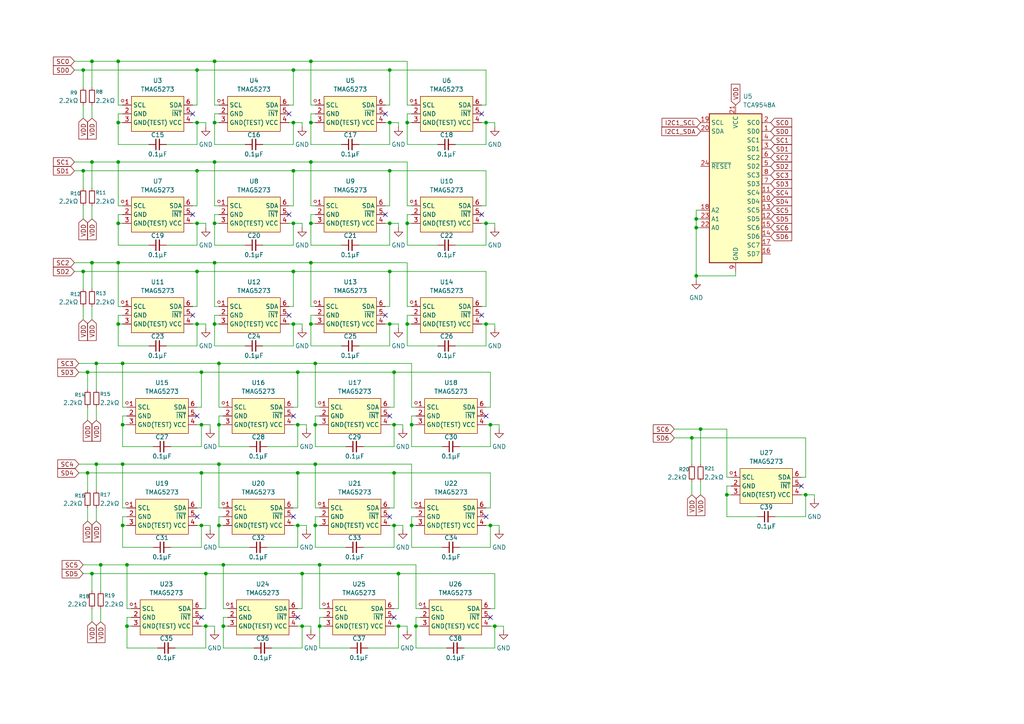
<source format=kicad_sch>
(kicad_sch (version 20250114) (generator "eeschema") (generator_version "9.0")
  (paper "A4")
  (junction (at 113.03 35.56))
  (junction (at 27.94 105.41))
  (junction (at 35.56 123.19))
  (junction (at 91.44 123.19))
  (junction (at 34.29 64.77))
  (junction (at 58.42 137.16))
  (junction (at 143.51 181.61))
  (junction (at 113.03 64.77))
  (junction (at 58.42 107.95))
  (junction (at 59.69 166.37))
  (junction (at 62.23 17.78))
  (junction (at 57.15 78.74))
  (junction (at 34.29 17.78))
  (junction (at 59.69 181.61))
  (junction (at 140.97 35.56))
  (junction (at 118.11 35.56))
  (junction (at 90.17 76.2))
  (junction (at 142.24 123.19))
  (junction (at 63.5 152.4))
  (junction (at 58.42 123.19))
  (junction (at 120.65 181.61))
  (junction (at 119.38 152.4))
  (junction (at 142.24 152.4))
  (junction (at 86.36 107.95))
  (junction (at 25.4 137.16))
  (junction (at 64.77 181.61))
  (junction (at 233.68 143.51))
  (junction (at 85.09 78.74))
  (junction (at 85.09 93.98))
  (junction (at 85.09 20.32))
  (junction (at 34.29 35.56))
  (junction (at 34.29 46.99))
  (junction (at 114.3 107.95))
  (junction (at 115.57 181.61))
  (junction (at 140.97 64.77))
  (junction (at 90.17 64.77))
  (junction (at 113.03 78.74))
  (junction (at 24.13 49.53))
  (junction (at 26.67 166.37))
  (junction (at 63.5 105.41))
  (junction (at 57.15 93.98))
  (junction (at 35.56 105.41))
  (junction (at 25.4 107.95))
  (junction (at 34.29 76.2))
  (junction (at 91.44 134.62))
  (junction (at 26.67 17.78))
  (junction (at 58.42 152.4))
  (junction (at 91.44 105.41))
  (junction (at 118.11 93.98))
  (junction (at 62.23 64.77))
  (junction (at 57.15 20.32))
  (junction (at 62.23 76.2))
  (junction (at 29.21 163.83))
  (junction (at 85.09 64.77))
  (junction (at 87.63 166.37))
  (junction (at 90.17 46.99))
  (junction (at 62.23 93.98))
  (junction (at 85.09 49.53))
  (junction (at 36.83 163.83))
  (junction (at 90.17 35.56))
  (junction (at 24.13 78.74))
  (junction (at 86.36 123.19))
  (junction (at 86.36 152.4))
  (junction (at 26.67 46.99))
  (junction (at 63.5 123.19))
  (junction (at 114.3 123.19))
  (junction (at 201.93 63.5))
  (junction (at 36.83 181.61))
  (junction (at 34.29 93.98))
  (junction (at 35.56 152.4))
  (junction (at 91.44 152.4))
  (junction (at 27.94 134.62))
  (junction (at 57.15 35.56))
  (junction (at 115.57 166.37))
  (junction (at 114.3 137.16))
  (junction (at 201.93 66.04))
  (junction (at 113.03 93.98))
  (junction (at 87.63 181.61))
  (junction (at 113.03 49.53))
  (junction (at 62.23 46.99))
  (junction (at 63.5 134.62))
  (junction (at 210.82 143.51))
  (junction (at 86.36 137.16))
  (junction (at 113.03 20.32))
  (junction (at 64.77 163.83))
  (junction (at 203.2 124.46))
  (junction (at 85.09 35.56))
  (junction (at 92.71 181.61))
  (junction (at 119.38 123.19))
  (junction (at 57.15 49.53))
  (junction (at 57.15 64.77))
  (junction (at 90.17 93.98))
  (junction (at 140.97 93.98))
  (junction (at 62.23 35.56))
  (junction (at 24.13 20.32))
  (junction (at 201.93 80.01))
  (junction (at 92.71 163.83))
  (junction (at 200.66 127))
  (junction (at 90.17 17.78))
  (junction (at 35.56 134.62))
  (junction (at 114.3 152.4))
  (junction (at 118.11 64.77))
  (junction (at 26.67 76.2))
  (no_connect (at 85.09 120.65))
  (no_connect (at 57.15 120.65))
  (no_connect (at 85.09 149.86))
  (no_connect (at 83.82 91.44))
  (no_connect (at 140.97 120.65))
  (no_connect (at 111.76 91.44))
  (no_connect (at 232.41 140.97))
  (no_connect (at 113.03 149.86))
  (no_connect (at 114.3 179.07))
  (no_connect (at 83.82 62.23))
  (no_connect (at 140.97 149.86))
  (no_connect (at 58.42 179.07))
  (no_connect (at 57.15 149.86))
  (no_connect (at 55.88 91.44))
  (no_connect (at 55.88 33.02))
  (no_connect (at 139.7 62.23))
  (no_connect (at 111.76 33.02))
  (no_connect (at 139.7 91.44))
  (no_connect (at 113.03 120.65))
  (no_connect (at 83.82 33.02))
  (no_connect (at 111.76 62.23))
  (no_connect (at 55.88 62.23))
  (no_connect (at 142.24 179.07))
  (no_connect (at 139.7 33.02))
  (no_connect (at 86.36 179.07))
  (wire (pts (xy 119.38 62.23) (xy 118.11 62.23)))
  (wire (pts (xy 100.33 129.54) (xy 91.44 129.54)))
  (wire (pts (xy 86.36 107.95) (xy 114.3 107.95)))
  (wire (pts (xy 24.13 59.69) (xy 24.13 63.5)))
  (wire (pts (xy 195.58 127) (xy 200.66 127)))
  (wire (pts (xy 142.24 147.32) (xy 140.97 147.32)))
  (wire (pts (xy 201.93 66.04) (xy 201.93 80.01)))
  (wire (pts (xy 90.17 71.12) (xy 90.17 64.77)))
  (wire (pts (xy 101.6 187.96) (xy 92.71 187.96)))
  (wire (pts (xy 143.51 64.77) (xy 140.97 64.77)))
  (wire (pts (xy 114.3 107.95) (xy 142.24 107.95)))
  (wire (pts (xy 87.63 64.77) (xy 85.09 64.77)))
  (wire (pts (xy 86.36 129.54) (xy 86.36 123.19)))
  (wire (pts (xy 140.97 88.9) (xy 139.7 88.9)))
  (wire (pts (xy 34.29 93.98) (xy 35.56 93.98)))
  (wire (pts (xy 90.17 62.23) (xy 90.17 64.77)))
  (wire (pts (xy 57.15 78.74) (xy 85.09 78.74)))
  (wire (pts (xy 120.65 149.86) (xy 119.38 149.86)))
  (wire (pts (xy 140.97 20.32) (xy 140.97 30.48)))
  (wire (pts (xy 114.3 137.16) (xy 142.24 137.16)))
  (wire (pts (xy 58.42 137.16) (xy 86.36 137.16)))
  (wire (pts (xy 64.77 147.32) (xy 63.5 147.32)))
  (wire (pts (xy 143.51 93.98) (xy 140.97 93.98)))
  (wire (pts (xy 119.38 105.41) (xy 91.44 105.41)))
  (wire (pts (xy 113.03 71.12) (xy 113.03 64.77)))
  (wire (pts (xy 35.56 88.9) (xy 34.29 88.9)))
  (wire (pts (xy 72.39 158.75) (xy 63.5 158.75)))
  (wire (pts (xy 87.63 36.83) (xy 87.63 35.56)))
  (wire (pts (xy 62.23 91.44) (xy 62.23 93.98)))
  (wire (pts (xy 203.2 60.96) (xy 201.93 60.96)))
  (wire (pts (xy 34.29 30.48) (xy 34.29 17.78)))
  (wire (pts (xy 59.69 95.25) (xy 59.69 93.98)))
  (wire (pts (xy 62.23 100.33) (xy 62.23 93.98)))
  (wire (pts (xy 88.9 153.67) (xy 88.9 152.4)))
  (wire (pts (xy 36.83 187.96) (xy 36.83 181.61)))
  (wire (pts (xy 26.67 176.53) (xy 26.67 180.34)))
  (wire (pts (xy 119.38 30.48) (xy 118.11 30.48)))
  (wire (pts (xy 128.27 158.75) (xy 119.38 158.75)))
  (wire (pts (xy 201.93 60.96) (xy 201.93 63.5)))
  (wire (pts (xy 22.86 107.95) (xy 25.4 107.95)))
  (wire (pts (xy 34.29 88.9) (xy 34.29 76.2)))
  (wire (pts (xy 119.38 33.02) (xy 118.11 33.02)))
  (wire (pts (xy 140.97 49.53) (xy 140.97 59.69)))
  (wire (pts (xy 91.44 88.9) (xy 90.17 88.9)))
  (wire (pts (xy 87.63 181.61) (xy 86.36 181.61)))
  (wire (pts (xy 114.3 152.4) (xy 113.03 152.4)))
  (wire (pts (xy 71.12 41.91) (xy 62.23 41.91)))
  (wire (pts (xy 66.04 179.07) (xy 64.77 179.07)))
  (wire (pts (xy 140.97 30.48) (xy 139.7 30.48)))
  (wire (pts (xy 85.09 71.12) (xy 85.09 64.77)))
  (wire (pts (xy 24.13 49.53) (xy 24.13 54.61)))
  (wire (pts (xy 104.14 100.33) (xy 113.03 100.33)))
  (wire (pts (xy 118.11 62.23) (xy 118.11 64.77)))
  (wire (pts (xy 87.63 166.37) (xy 115.57 166.37)))
  (wire (pts (xy 64.77 163.83) (xy 36.83 163.83)))
  (wire (pts (xy 24.13 166.37) (xy 26.67 166.37)))
  (wire (pts (xy 45.72 187.96) (xy 36.83 187.96)))
  (wire (pts (xy 113.03 147.32) (xy 114.3 147.32)))
  (wire (pts (xy 63.5 123.19) (xy 64.77 123.19)))
  (wire (pts (xy 62.23 93.98) (xy 63.5 93.98)))
  (wire (pts (xy 113.03 100.33) (xy 113.03 93.98)))
  (wire (pts (xy 59.69 64.77) (xy 57.15 64.77)))
  (wire (pts (xy 24.13 88.9) (xy 24.13 92.71)))
  (wire (pts (xy 35.56 149.86) (xy 35.56 152.4)))
  (wire (pts (xy 90.17 91.44) (xy 90.17 93.98)))
  (wire (pts (xy 91.44 33.02) (xy 90.17 33.02)))
  (wire (pts (xy 60.96 153.67) (xy 60.96 152.4)))
  (wire (pts (xy 64.77 149.86) (xy 63.5 149.86)))
  (wire (pts (xy 133.35 129.54) (xy 142.24 129.54)))
  (wire (pts (xy 118.11 88.9) (xy 118.11 76.2)))
  (wire (pts (xy 113.03 59.69) (xy 113.03 49.53)))
  (wire (pts (xy 91.44 118.11) (xy 91.44 105.41)))
  (wire (pts (xy 119.38 59.69) (xy 118.11 59.69)))
  (wire (pts (xy 87.63 95.25) (xy 87.63 93.98)))
  (wire (pts (xy 35.56 30.48) (xy 34.29 30.48)))
  (wire (pts (xy 72.39 129.54) (xy 63.5 129.54)))
  (wire (pts (xy 86.36 176.53) (xy 87.63 176.53)))
  (wire (pts (xy 86.36 123.19) (xy 85.09 123.19)))
  (wire (pts (xy 34.29 71.12) (xy 34.29 64.77)))
  (wire (pts (xy 87.63 176.53) (xy 87.63 166.37)))
  (wire (pts (xy 90.17 46.99) (xy 62.23 46.99)))
  (wire (pts (xy 113.03 64.77) (xy 111.76 64.77)))
  (wire (pts (xy 129.54 187.96) (xy 120.65 187.96)))
  (wire (pts (xy 25.4 118.11) (xy 25.4 121.92)))
  (wire (pts (xy 48.26 71.12) (xy 57.15 71.12)))
  (wire (pts (xy 140.97 59.69) (xy 139.7 59.69)))
  (wire (pts (xy 201.93 63.5) (xy 203.2 63.5)))
  (wire (pts (xy 58.42 123.19) (xy 57.15 123.19)))
  (wire (pts (xy 140.97 93.98) (xy 139.7 93.98)))
  (wire (pts (xy 85.09 78.74) (xy 113.03 78.74)))
  (wire (pts (xy 99.06 41.91) (xy 90.17 41.91)))
  (wire (pts (xy 62.23 46.99) (xy 34.29 46.99)))
  (wire (pts (xy 36.83 181.61) (xy 38.1 181.61)))
  (wire (pts (xy 29.21 176.53) (xy 29.21 180.34)))
  (wire (pts (xy 85.09 35.56) (xy 83.82 35.56)))
  (wire (pts (xy 24.13 20.32) (xy 57.15 20.32)))
  (wire (pts (xy 105.41 129.54) (xy 114.3 129.54)))
  (wire (pts (xy 34.29 59.69) (xy 34.29 46.99)))
  (wire (pts (xy 22.86 137.16) (xy 25.4 137.16)))
  (wire (pts (xy 58.42 176.53) (xy 59.69 176.53)))
  (wire (pts (xy 59.69 176.53) (xy 59.69 166.37)))
  (wire (pts (xy 233.68 149.86) (xy 224.79 149.86)))
  (wire (pts (xy 63.5 33.02) (xy 62.23 33.02)))
  (wire (pts (xy 26.67 76.2) (xy 26.67 83.82)))
  (wire (pts (xy 85.09 147.32) (xy 86.36 147.32)))
  (wire (pts (xy 86.36 147.32) (xy 86.36 137.16)))
  (wire (pts (xy 87.63 93.98) (xy 85.09 93.98)))
  (wire (pts (xy 26.67 166.37) (xy 26.67 171.45)))
  (wire (pts (xy 58.42 152.4) (xy 57.15 152.4)))
  (wire (pts (xy 62.23 76.2) (xy 34.29 76.2)))
  (wire (pts (xy 201.93 80.01) (xy 201.93 81.28)))
  (wire (pts (xy 25.4 147.32) (xy 25.4 151.13)))
  (wire (pts (xy 87.63 187.96) (xy 87.63 181.61)))
  (wire (pts (xy 113.03 30.48) (xy 113.03 20.32)))
  (wire (pts (xy 113.03 88.9) (xy 113.03 78.74)))
  (wire (pts (xy 26.67 88.9) (xy 26.67 92.71)))
  (wire (pts (xy 62.23 62.23) (xy 62.23 64.77)))
  (wire (pts (xy 34.29 46.99) (xy 26.67 46.99)))
  (wire (pts (xy 64.77 176.53) (xy 64.77 163.83)))
  (wire (pts (xy 118.11 182.88) (xy 118.11 181.61)))
  (wire (pts (xy 91.44 91.44) (xy 90.17 91.44)))
  (wire (pts (xy 143.51 176.53) (xy 142.24 176.53)))
  (wire (pts (xy 66.04 176.53) (xy 64.77 176.53)))
  (wire (pts (xy 55.88 30.48) (xy 57.15 30.48)))
  (wire (pts (xy 113.03 20.32) (xy 140.97 20.32)))
  (wire (pts (xy 91.44 129.54) (xy 91.44 123.19)))
  (wire (pts (xy 58.42 158.75) (xy 58.42 152.4)))
  (wire (pts (xy 64.77 187.96) (xy 64.77 181.61)))
  (wire (pts (xy 143.51 35.56) (xy 140.97 35.56)))
  (wire (pts (xy 58.42 107.95) (xy 86.36 107.95)))
  (wire (pts (xy 85.09 49.53) (xy 113.03 49.53)))
  (wire (pts (xy 90.17 181.61) (xy 87.63 181.61)))
  (wire (pts (xy 25.4 137.16) (xy 58.42 137.16)))
  (wire (pts (xy 58.42 118.11) (xy 58.42 107.95)))
  (wire (pts (xy 36.83 120.65) (xy 35.56 120.65)))
  (wire (pts (xy 57.15 59.69) (xy 57.15 49.53)))
  (wire (pts (xy 48.26 100.33) (xy 57.15 100.33)))
  (wire (pts (xy 85.09 30.48) (xy 85.09 20.32)))
  (wire (pts (xy 143.51 95.25) (xy 143.51 93.98)))
  (wire (pts (xy 63.5 59.69) (xy 62.23 59.69)))
  (wire (pts (xy 25.4 137.16) (xy 25.4 142.24)))
  (wire (pts (xy 91.44 149.86) (xy 91.44 152.4)))
  (wire (pts (xy 43.18 71.12) (xy 34.29 71.12)))
  (wire (pts (xy 121.92 176.53) (xy 120.65 176.53)))
  (wire (pts (xy 64.77 181.61) (xy 66.04 181.61)))
  (wire (pts (xy 26.67 17.78) (xy 21.59 17.78)))
  (wire (pts (xy 50.8 187.96) (xy 59.69 187.96)))
  (wire (pts (xy 105.41 158.75) (xy 114.3 158.75)))
  (wire (pts (xy 29.21 163.83) (xy 29.21 171.45)))
  (wire (pts (xy 35.56 120.65) (xy 35.56 123.19)))
  (wire (pts (xy 63.5 118.11) (xy 63.5 105.41)))
  (wire (pts (xy 100.33 158.75) (xy 91.44 158.75)))
  (wire (pts (xy 85.09 20.32) (xy 113.03 20.32)))
  (wire (pts (xy 62.23 33.02) (xy 62.23 35.56)))
  (wire (pts (xy 35.56 59.69) (xy 34.29 59.69)))
  (wire (pts (xy 71.12 71.12) (xy 62.23 71.12)))
  (wire (pts (xy 142.24 123.19) (xy 140.97 123.19)))
  (wire (pts (xy 36.83 149.86) (xy 35.56 149.86)))
  (wire (pts (xy 116.84 153.67) (xy 116.84 152.4)))
  (wire (pts (xy 210.82 149.86) (xy 210.82 143.51)))
  (wire (pts (xy 26.67 166.37) (xy 59.69 166.37)))
  (wire (pts (xy 116.84 152.4) (xy 114.3 152.4)))
  (wire (pts (xy 21.59 78.74) (xy 24.13 78.74)))
  (wire (pts (xy 118.11 33.02) (xy 118.11 35.56)))
  (wire (pts (xy 142.24 107.95) (xy 142.24 118.11)))
  (wire (pts (xy 119.38 134.62) (xy 91.44 134.62)))
  (wire (pts (xy 77.47 129.54) (xy 86.36 129.54)))
  (wire (pts (xy 210.82 140.97) (xy 210.82 143.51)))
  (wire (pts (xy 144.78 153.67) (xy 144.78 152.4)))
  (wire (pts (xy 62.23 17.78) (xy 34.29 17.78)))
  (wire (pts (xy 90.17 64.77) (xy 91.44 64.77)))
  (wire (pts (xy 114.3 118.11) (xy 114.3 107.95)))
  (wire (pts (xy 34.29 91.44) (xy 34.29 93.98)))
  (wire (pts (xy 85.09 100.33) (xy 85.09 93.98)))
  (wire (pts (xy 63.5 134.62) (xy 35.56 134.62)))
  (wire (pts (xy 27.94 118.11) (xy 27.94 121.92)))
  (wire (pts (xy 127 41.91) (xy 118.11 41.91)))
  (wire (pts (xy 213.36 78.74) (xy 213.36 80.01)))
  (wire (pts (xy 43.18 41.91) (xy 34.29 41.91)))
  (wire (pts (xy 57.15 118.11) (xy 58.42 118.11)))
  (wire (pts (xy 91.44 123.19) (xy 92.71 123.19)))
  (wire (pts (xy 57.15 147.32) (xy 58.42 147.32)))
  (wire (pts (xy 121.92 179.07) (xy 120.65 179.07)))
  (wire (pts (xy 76.2 41.91) (xy 85.09 41.91)))
  (wire (pts (xy 43.18 100.33) (xy 34.29 100.33)))
  (wire (pts (xy 113.03 35.56) (xy 111.76 35.56)))
  (wire (pts (xy 232.41 143.51) (xy 233.68 143.51)))
  (wire (pts (xy 44.45 129.54) (xy 35.56 129.54)))
  (wire (pts (xy 115.57 66.04) (xy 115.57 64.77)))
  (wire (pts (xy 86.36 118.11) (xy 86.36 107.95)))
  (wire (pts (xy 38.1 176.53) (xy 36.83 176.53)))
  (wire (pts (xy 49.53 158.75) (xy 58.42 158.75)))
  (wire (pts (xy 59.69 187.96) (xy 59.69 181.61)))
  (wire (pts (xy 90.17 33.02) (xy 90.17 35.56)))
  (wire (pts (xy 24.13 20.32) (xy 24.13 25.4)))
  (wire (pts (xy 91.44 158.75) (xy 91.44 152.4)))
  (wire (pts (xy 63.5 147.32) (xy 63.5 134.62)))
  (wire (pts (xy 120.65 179.07) (xy 120.65 181.61)))
  (wire (pts (xy 92.71 149.86) (xy 91.44 149.86)))
  (wire (pts (xy 91.44 120.65) (xy 91.44 123.19)))
  (wire (pts (xy 34.29 64.77) (xy 35.56 64.77)))
  (wire (pts (xy 62.23 35.56) (xy 63.5 35.56)))
  (wire (pts (xy 34.29 17.78) (xy 26.67 17.78)))
  (wire (pts (xy 71.12 100.33) (xy 62.23 100.33)))
  (wire (pts (xy 91.44 147.32) (xy 91.44 134.62)))
  (wire (pts (xy 26.67 17.78) (xy 26.67 25.4)))
  (wire (pts (xy 201.93 66.04) (xy 203.2 66.04)))
  (wire (pts (xy 120.65 176.53) (xy 120.65 163.83)))
  (wire (pts (xy 92.71 176.53) (xy 92.71 163.83)))
  (wire (pts (xy 128.27 129.54) (xy 119.38 129.54)))
  (wire (pts (xy 142.24 137.16) (xy 142.24 147.32)))
  (wire (pts (xy 57.15 49.53) (xy 85.09 49.53)))
  (wire (pts (xy 62.23 182.88) (xy 62.23 181.61)))
  (wire (pts (xy 83.82 30.48) (xy 85.09 30.48)))
  (wire (pts (xy 92.71 120.65) (xy 91.44 120.65)))
  (wire (pts (xy 119.38 129.54) (xy 119.38 123.19)))
  (wire (pts (xy 26.67 46.99) (xy 21.59 46.99)))
  (wire (pts (xy 90.17 182.88) (xy 90.17 181.61)))
  (wire (pts (xy 143.51 166.37) (xy 143.51 176.53)))
  (wire (pts (xy 143.51 66.04) (xy 143.51 64.77)))
  (wire (pts (xy 92.71 163.83) (xy 64.77 163.83)))
  (wire (pts (xy 62.23 181.61) (xy 59.69 181.61)))
  (wire (pts (xy 144.78 123.19) (xy 142.24 123.19)))
  (wire (pts (xy 91.44 134.62) (xy 63.5 134.62)))
  (wire (pts (xy 77.47 158.75) (xy 86.36 158.75)))
  (wire (pts (xy 63.5 152.4) (xy 64.77 152.4)))
  (wire (pts (xy 118.11 17.78) (xy 90.17 17.78)))
  (wire (pts (xy 83.82 88.9) (xy 85.09 88.9)))
  (wire (pts (xy 62.23 30.48) (xy 62.23 17.78)))
  (wire (pts (xy 127 100.33) (xy 118.11 100.33)))
  (wire (pts (xy 120.65 163.83) (xy 92.71 163.83)))
  (wire (pts (xy 236.22 144.78) (xy 236.22 143.51)))
  (wire (pts (xy 115.57 93.98) (xy 113.03 93.98)))
  (wire (pts (xy 115.57 181.61) (xy 114.3 181.61)))
  (wire (pts (xy 24.13 49.53) (xy 57.15 49.53)))
  (wire (pts (xy 142.24 118.11) (xy 140.97 118.11)))
  (wire (pts (xy 26.67 76.2) (xy 21.59 76.2)))
  (wire (pts (xy 88.9 124.46) (xy 88.9 123.19)))
  (wire (pts (xy 115.57 166.37) (xy 143.51 166.37)))
  (wire (pts (xy 36.83 147.32) (xy 35.56 147.32)))
  (wire (pts (xy 26.67 59.69) (xy 26.67 63.5)))
  (wire (pts (xy 99.06 100.33) (xy 90.17 100.33)))
  (wire (pts (xy 73.66 187.96) (xy 64.77 187.96)))
  (wire (pts (xy 58.42 129.54) (xy 58.42 123.19)))
  (wire (pts (xy 27.94 134.62) (xy 27.94 142.24)))
  (wire (pts (xy 26.67 46.99) (xy 26.67 54.61)))
  (wire (pts (xy 76.2 100.33) (xy 85.09 100.33)))
  (wire (pts (xy 132.08 100.33) (xy 140.97 100.33)))
  (wire (pts (xy 115.57 35.56) (xy 113.03 35.56)))
  (wire (pts (xy 119.38 123.19) (xy 120.65 123.19)))
  (wire (pts (xy 119.38 91.44) (xy 118.11 91.44)))
  (wire (pts (xy 219.71 149.86) (xy 210.82 149.86)))
  (wire (pts (xy 114.3 123.19) (xy 113.03 123.19)))
  (wire (pts (xy 203.2 124.46) (xy 195.58 124.46)))
  (wire (pts (xy 114.3 158.75) (xy 114.3 152.4)))
  (wire (pts (xy 119.38 118.11) (xy 119.38 105.41)))
  (wire (pts (xy 35.56 129.54) (xy 35.56 123.19)))
  (wire (pts (xy 92.71 147.32) (xy 91.44 147.32)))
  (wire (pts (xy 233.68 138.43) (xy 232.41 138.43)))
  (wire (pts (xy 118.11 91.44) (xy 118.11 93.98)))
  (wire (pts (xy 85.09 93.98) (xy 83.82 93.98)))
  (wire (pts (xy 85.09 59.69) (xy 85.09 49.53)))
  (wire (pts (xy 35.56 158.75) (xy 35.56 152.4)))
  (wire (pts (xy 203.2 139.7) (xy 203.2 143.51)))
  (wire (pts (xy 64.77 118.11) (xy 63.5 118.11)))
  (wire (pts (xy 49.53 129.54) (xy 58.42 129.54)))
  (wire (pts (xy 212.09 140.97) (xy 210.82 140.97)))
  (wire (pts (xy 201.93 63.5) (xy 201.93 66.04)))
  (wire (pts (xy 118.11 93.98) (xy 119.38 93.98)))
  (wire (pts (xy 63.5 88.9) (xy 62.23 88.9)))
  (wire (pts (xy 120.65 181.61) (xy 121.92 181.61)))
  (wire (pts (xy 140.97 41.91) (xy 140.97 35.56)))
  (wire (pts (xy 57.15 64.77) (xy 55.88 64.77)))
  (wire (pts (xy 119.38 152.4) (xy 120.65 152.4)))
  (wire (pts (xy 59.69 181.61) (xy 58.42 181.61)))
  (wire (pts (xy 76.2 71.12) (xy 85.09 71.12)))
  (wire (pts (xy 86.36 137.16) (xy 114.3 137.16)))
  (wire (pts (xy 27.94 147.32) (xy 27.94 151.13)))
  (wire (pts (xy 90.17 59.69) (xy 90.17 46.99)))
  (wire (pts (xy 24.13 78.74) (xy 57.15 78.74)))
  (wire (pts (xy 118.11 100.33) (xy 118.11 93.98)))
  (wire (pts (xy 127 71.12) (xy 118.11 71.12)))
  (wire (pts (xy 118.11 71.12) (xy 118.11 64.77)))
  (wire (pts (xy 118.11 35.56) (xy 119.38 35.56)))
  (wire (pts (xy 57.15 30.48) (xy 57.15 20.32)))
  (wire (pts (xy 142.24 129.54) (xy 142.24 123.19)))
  (wire (pts (xy 91.44 152.4) (xy 92.71 152.4)))
  (wire (pts (xy 90.17 35.56) (xy 91.44 35.56)))
  (wire (pts (xy 85.09 88.9) (xy 85.09 78.74)))
  (wire (pts (xy 62.23 88.9) (xy 62.23 76.2)))
  (wire (pts (xy 60.96 123.19) (xy 58.42 123.19)))
  (wire (pts (xy 90.17 93.98) (xy 91.44 93.98)))
  (wire (pts (xy 63.5 105.41) (xy 35.56 105.41)))
  (wire (pts (xy 118.11 46.99) (xy 90.17 46.99)))
  (wire (pts (xy 63.5 62.23) (xy 62.23 62.23)))
  (wire (pts (xy 25.4 107.95) (xy 25.4 113.03)))
  (wire (pts (xy 59.69 35.56) (xy 57.15 35.56)))
  (wire (pts (xy 36.83 163.83) (xy 29.21 163.83)))
  (wire (pts (xy 55.88 59.69) (xy 57.15 59.69)))
  (wire (pts (xy 36.83 118.11) (xy 35.56 118.11)))
  (wire (pts (xy 63.5 120.65) (xy 63.5 123.19)))
  (wire (pts (xy 233.68 127) (xy 233.68 138.43)))
  (wire (pts (xy 27.94 105.41) (xy 27.94 113.03)))
  (wire (pts (xy 106.68 187.96) (xy 115.57 187.96)))
  (wire (pts (xy 143.51 36.83) (xy 143.51 35.56)))
  (wire (pts (xy 119.38 147.32) (xy 119.38 134.62)))
  (wire (pts (xy 140.97 64.77) (xy 139.7 64.77)))
  (wire (pts (xy 142.24 158.75) (xy 142.24 152.4)))
  (wire (pts (xy 113.03 78.74) (xy 140.97 78.74)))
  (wire (pts (xy 210.82 124.46) (xy 203.2 124.46)))
  (wire (pts (xy 114.3 176.53) (xy 115.57 176.53)))
  (wire (pts (xy 90.17 41.91) (xy 90.17 35.56)))
  (wire (pts (xy 35.56 118.11) (xy 35.56 105.41)))
  (wire (pts (xy 115.57 95.25) (xy 115.57 93.98)))
  (wire (pts (xy 90.17 88.9) (xy 90.17 76.2)))
  (wire (pts (xy 88.9 123.19) (xy 86.36 123.19)))
  (wire (pts (xy 111.76 88.9) (xy 113.03 88.9)))
  (wire (pts (xy 92.71 187.96) (xy 92.71 181.61)))
  (wire (pts (xy 143.51 187.96) (xy 143.51 181.61)))
  (wire (pts (xy 93.98 179.07) (xy 92.71 179.07)))
  (wire (pts (xy 144.78 124.46) (xy 144.78 123.19)))
  (wire (pts (xy 92.71 181.61) (xy 93.98 181.61)))
  (wire (pts (xy 85.09 41.91) (xy 85.09 35.56)))
  (wire (pts (xy 63.5 91.44) (xy 62.23 91.44)))
  (wire (pts (xy 115.57 64.77) (xy 113.03 64.77)))
  (wire (pts (xy 57.15 35.56) (xy 55.88 35.56)))
  (wire (pts (xy 91.44 62.23) (xy 90.17 62.23)))
  (wire (pts (xy 36.83 179.07) (xy 36.83 181.61)))
  (wire (pts (xy 104.14 71.12) (xy 113.03 71.12)))
  (wire (pts (xy 140.97 78.74) (xy 140.97 88.9)))
  (wire (pts (xy 114.3 147.32) (xy 114.3 137.16)))
  (wire (pts (xy 120.65 187.96) (xy 120.65 181.61)))
  (wire (pts (xy 91.44 105.41) (xy 63.5 105.41)))
  (wire (pts (xy 21.59 49.53) (xy 24.13 49.53)))
  (wire (pts (xy 113.03 49.53) (xy 140.97 49.53)))
  (wire (pts (xy 35.56 91.44) (xy 34.29 91.44)))
  (wire (pts (xy 21.59 20.32) (xy 24.13 20.32)))
  (wire (pts (xy 35.56 147.32) (xy 35.56 134.62)))
  (wire (pts (xy 142.24 152.4) (xy 140.97 152.4)))
  (wire (pts (xy 35.56 152.4) (xy 36.83 152.4)))
  (wire (pts (xy 86.36 152.4) (xy 85.09 152.4)))
  (wire (pts (xy 59.69 36.83) (xy 59.69 35.56)))
  (wire (pts (xy 35.56 123.19) (xy 36.83 123.19)))
  (wire (pts (xy 78.74 187.96) (xy 87.63 187.96)))
  (wire (pts (xy 111.76 30.48) (xy 113.03 30.48)))
  (wire (pts (xy 144.78 152.4) (xy 142.24 152.4)))
  (wire (pts (xy 120.65 118.11) (xy 119.38 118.11)))
  (wire (pts (xy 132.08 41.91) (xy 140.97 41.91)))
  (wire (pts (xy 120.65 147.32) (xy 119.38 147.32)))
  (wire (pts (xy 210.82 138.43) (xy 210.82 124.46)))
  (wire (pts (xy 63.5 158.75) (xy 63.5 152.4)))
  (wire (pts (xy 203.2 124.46) (xy 203.2 134.62)))
  (wire (pts (xy 34.29 100.33) (xy 34.29 93.98)))
  (wire (pts (xy 35.56 105.41) (xy 27.94 105.41)))
  (wire (pts (xy 119.38 120.65) (xy 119.38 123.19)))
  (wire (pts (xy 35.56 33.02) (xy 34.29 33.02)))
  (wire (pts (xy 212.09 138.43) (xy 210.82 138.43)))
  (wire (pts (xy 60.96 152.4) (xy 58.42 152.4)))
  (wire (pts (xy 58.42 147.32) (xy 58.42 137.16)))
  (wire (pts (xy 88.9 152.4) (xy 86.36 152.4)))
  (wire (pts (xy 93.98 176.53) (xy 92.71 176.53)))
  (wire (pts (xy 140.97 71.12) (xy 140.97 64.77)))
  (wire (pts (xy 29.21 163.83) (xy 24.13 163.83)))
  (wire (pts (xy 83.82 59.69) (xy 85.09 59.69)))
  (wire (pts (xy 118.11 76.2) (xy 90.17 76.2)))
  (wire (pts (xy 57.15 100.33) (xy 57.15 93.98)))
  (wire (pts (xy 113.03 93.98) (xy 111.76 93.98)))
  (wire (pts (xy 60.96 124.46) (xy 60.96 123.19)))
  (wire (pts (xy 236.22 143.51) (xy 233.68 143.51)))
  (wire (pts (xy 87.63 66.04) (xy 87.63 64.77)))
  (wire (pts (xy 62.23 41.91) (xy 62.23 35.56)))
  (wire (pts (xy 34.29 33.02) (xy 34.29 35.56)))
  (wire (pts (xy 87.63 35.56) (xy 85.09 35.56)))
  (wire (pts (xy 27.94 134.62) (xy 22.86 134.62)))
  (wire (pts (xy 119.38 149.86) (xy 119.38 152.4)))
  (wire (pts (xy 57.15 41.91) (xy 57.15 35.56)))
  (wire (pts (xy 85.09 64.77) (xy 83.82 64.77)))
  (wire (pts (xy 86.36 158.75) (xy 86.36 152.4)))
  (wire (pts (xy 111.76 59.69) (xy 113.03 59.69)))
  (wire (pts (xy 200.66 127) (xy 200.66 134.62)))
  (wire (pts (xy 133.35 158.75) (xy 142.24 158.75)))
  (wire (pts (xy 115.57 176.53) (xy 115.57 166.37)))
  (wire (pts (xy 63.5 30.48) (xy 62.23 30.48)))
  (wire (pts (xy 57.15 93.98) (xy 55.88 93.98)))
  (wire (pts (xy 213.36 80.01) (xy 201.93 80.01)))
  (wire (pts (xy 119.38 88.9) (xy 118.11 88.9)))
  (wire (pts (xy 59.69 166.37) (xy 87.63 166.37)))
  (wire (pts (xy 48.26 41.91) (xy 57.15 41.91)))
  (wire (pts (xy 118.11 41.91) (xy 118.11 35.56)))
  (wire (pts (xy 64.77 179.07) (xy 64.77 181.61)))
  (wire (pts (xy 59.69 93.98) (xy 57.15 93.98)))
  (wire (pts (xy 85.09 118.11) (xy 86.36 118.11)))
  (wire (pts (xy 62.23 59.69) (xy 62.23 46.99)))
  (wire (pts (xy 132.08 71.12) (xy 140.97 71.12)))
  (wire (pts (xy 200.66 139.7) (xy 200.66 143.51)))
  (wire (pts (xy 34.29 35.56) (xy 35.56 35.56)))
  (wire (pts (xy 115.57 36.83) (xy 115.57 35.56)))
  (wire (pts (xy 90.17 76.2) (xy 62.23 76.2)))
  (wire (pts (xy 35.56 134.62) (xy 27.94 134.62)))
  (wire (pts (xy 57.15 71.12) (xy 57.15 64.77)))
  (wire (pts (xy 34.29 62.23) (xy 34.29 64.77)))
  (wire (pts (xy 113.03 118.11) (xy 114.3 118.11)))
  (wire (pts (xy 62.23 64.77) (xy 63.5 64.77)))
  (wire (pts (xy 27.94 105.41) (xy 22.86 105.41)))
  (wire (pts (xy 62.23 71.12) (xy 62.23 64.77)))
  (wire (pts (xy 63.5 129.54) (xy 63.5 123.19)))
  (wire (pts (xy 200.66 127) (xy 233.68 127)))
  (wire (pts (xy 26.67 30.48) (xy 26.67 34.29)))
  (wire (pts (xy 120.65 120.65) (xy 119.38 120.65)))
  (wire (pts (xy 64.77 120.65) (xy 63.5 120.65)))
  (wire (pts (xy 55.88 88.9) (xy 57.15 88.9)))
  (wire (pts (xy 140.97 35.56) (xy 139.7 35.56)))
  (wire (pts (xy 57.15 88.9) (xy 57.15 78.74)))
  (wire (pts (xy 59.69 66.04) (xy 59.69 64.77)))
  (wire (pts (xy 116.84 123.19) (xy 114.3 123.19)))
  (wire (pts (xy 38.1 179.07) (xy 36.83 179.07)))
  (wire (pts (xy 57.15 20.32) (xy 85.09 20.32)))
  (wire (pts (xy 35.56 62.23) (xy 34.29 62.23)))
  (wire (pts (xy 36.83 176.53) (xy 36.83 163.83)))
  (wire (pts (xy 116.84 124.46) (xy 116.84 123.19)))
  (wire (pts (xy 44.45 158.75) (xy 35.56 158.75)))
  (wire (pts (xy 210.82 143.51) (xy 212.09 143.51)))
  (wire (pts (xy 99.06 71.12) (xy 90.17 71.12)))
  (wire (pts (xy 119.38 158.75) (xy 119.38 152.4)))
  (wire (pts (xy 34.29 76.2) (xy 26.67 76.2)))
  (wire (pts (xy 118.11 64.77) (xy 119.38 64.77)))
  (wire (pts (xy 92.71 118.11) (xy 91.44 118.11)))
  (wire (pts (xy 114.3 129.54) (xy 114.3 123.19)))
  (wire (pts (xy 118.11 181.61) (xy 115.57 181.61)))
  (wire (pts (xy 134.62 187.96) (xy 143.51 187.96)))
  (wire (pts (xy 90.17 30.48) (xy 90.17 17.78)))
  (wire (pts (xy 63.5 149.86) (xy 63.5 152.4)))
  (wire (pts (xy 118.11 30.48) (xy 118.11 17.78)))
  (wire (pts (xy 24.13 78.74) (xy 24.13 83.82)))
  (wire (pts (xy 25.4 107.95) (xy 58.42 107.95)))
  (wire (pts (xy 233.68 143.51) (xy 233.68 149.86)))
  (wire (pts (xy 113.03 41.91) (xy 113.03 35.56)))
  (wire (pts (xy 92.71 179.07) (xy 92.71 181.61)))
  (wire (pts (xy 90.17 100.33) (xy 90.17 93.98)))
  (wire (pts (xy 91.44 30.48) (xy 90.17 30.48)))
  (wire (pts (xy 91.44 59.69) (xy 90.17 59.69)))
  (wire (pts (xy 118.11 59.69) (xy 118.11 46.99)))
  (wire (pts (xy 143.51 181.61) (xy 142.24 181.61)))
  (wire (pts (xy 146.05 181.61) (xy 143.51 181.61)))
  (wire (pts (xy 140.97 100.33) (xy 140.97 93.98)))
  (wire (pts (xy 104.14 41.91) (xy 113.03 41.91)))
  (wire (pts (xy 90.17 17.78) (xy 62.23 17.78)))
  (wire (pts (xy 24.13 30.48) (xy 24.13 34.29)))
  (wire (pts (xy 34.29 41.91) (xy 34.29 35.56)))
  (wire (pts (xy 115.57 187.96) (xy 115.57 181.61)))
  (wire (pts (xy 146.05 182.88) (xy 146.05 181.61)))
  (global_label "VDD" (shape input) (at 26.67 92.71 270) (property "Intersheetrefs" "${INTERSHEET_REFS}" (effects (hide yes))))
  (global_label "SD1" (shape input) (at 21.59 49.53 180) (property "Intersheetrefs" "${INTERSHEET_REFS}" (effects (hide yes))))
  (global_label "SC4" (shape input) (at 22.86 134.62 180) (property "Intersheetrefs" "${INTERSHEET_REFS}" (effects (hide yes))))
  (global_label "SD0" (shape input) (at 223.52 38.1 0) (property "Intersheetrefs" "${INTERSHEET_REFS}" (effects (hide yes))))
  (global_label "SD3" (shape input) (at 22.86 107.95 180) (property "Intersheetrefs" "${INTERSHEET_REFS}" (effects (hide yes))))
  (global_label "VDD" (shape input) (at 26.67 180.34 270) (property "Intersheetrefs" "${INTERSHEET_REFS}" (effects (hide yes))))
  (global_label "VDD" (shape input) (at 29.21 180.34 270) (property "Intersheetrefs" "${INTERSHEET_REFS}" (effects (hide yes))))
  (global_label "VDD" (shape input) (at 203.2 143.51 270) (property "Intersheetrefs" "${INTERSHEET_REFS}" (effects (hide yes))))
  (global_label "SC2" (shape input) (at 223.52 45.72 0) (property "Intersheetrefs" "${INTERSHEET_REFS}" (effects (hide yes))))
  (global_label "SD0" (shape input) (at 21.59 20.32 180) (property "Intersheetrefs" "${INTERSHEET_REFS}" (effects (hide yes))))
  (global_label "SD6" (shape input) (at 223.52 68.58 0) (property "Intersheetrefs" "${INTERSHEET_REFS}" (effects (hide yes))))
  (global_label "SD5" (shape input) (at 223.52 63.5 0) (property "Intersheetrefs" "${INTERSHEET_REFS}" (effects (hide yes))))
  (global_label "I2C1_SDA" (shape input) (at 203.2 38.1 180) (property "Intersheetrefs" "${INTERSHEET_REFS}" (effects (hide yes))))
  (global_label "SD4" (shape input) (at 223.52 58.42 0) (property "Intersheetrefs" "${INTERSHEET_REFS}" (effects (hide yes))))
  (global_label "SC6" (shape input) (at 223.52 66.04 0) (property "Intersheetrefs" "${INTERSHEET_REFS}" (effects (hide yes))))
  (global_label "SD5" (shape input) (at 24.13 166.37 180) (property "Intersheetrefs" "${INTERSHEET_REFS}" (effects (hide yes))))
  (global_label "SC3" (shape input) (at 223.52 50.8 0) (property "Intersheetrefs" "${INTERSHEET_REFS}" (effects (hide yes))))
  (global_label "VDD" (shape input) (at 26.67 34.29 270) (property "Intersheetrefs" "${INTERSHEET_REFS}" (effects (hide yes))))
  (global_label "I2C1_SCL" (shape input) (at 203.2 35.56 180) (property "Intersheetrefs" "${INTERSHEET_REFS}" (effects (hide yes))))
  (global_label "SD6" (shape input) (at 195.58 127 180) (property "Intersheetrefs" "${INTERSHEET_REFS}" (effects (hide yes))))
  (global_label "SD2" (shape input) (at 223.52 48.26 0) (property "Intersheetrefs" "${INTERSHEET_REFS}" (effects (hide yes))))
  (global_label "VDD" (shape input) (at 27.94 121.92 270) (property "Intersheetrefs" "${INTERSHEET_REFS}" (effects (hide yes))))
  (global_label "VDD" (shape input) (at 26.67 63.5 270) (property "Intersheetrefs" "${INTERSHEET_REFS}" (effects (hide yes))))
  (global_label "SC4" (shape input) (at 223.52 55.88 0) (property "Intersheetrefs" "${INTERSHEET_REFS}" (effects (hide yes))))
  (global_label "SC5" (shape input) (at 223.52 60.96 0) (property "Intersheetrefs" "${INTERSHEET_REFS}" (effects (hide yes))))
  (global_label "VDD" (shape input) (at 24.13 63.5 270) (property "Intersheetrefs" "${INTERSHEET_REFS}" (effects (hide yes))))
  (global_label "SC0" (shape input) (at 21.59 17.78 180) (property "Intersheetrefs" "${INTERSHEET_REFS}" (effects (hide yes))))
  (global_label "VDD" (shape input) (at 27.94 151.13 270) (property "Intersheetrefs" "${INTERSHEET_REFS}" (effects (hide yes))))
  (global_label "SD1" (shape input) (at 223.52 43.18 0) (property "Intersheetrefs" "${INTERSHEET_REFS}" (effects (hide yes))))
  (global_label "VDD" (shape input) (at 25.4 151.13 270) (property "Intersheetrefs" "${INTERSHEET_REFS}" (effects (hide yes))))
  (global_label "SC0" (shape input) (at 223.52 35.56 0) (property "Intersheetrefs" "${INTERSHEET_REFS}" (effects (hide yes))))
  (global_label "SC1" (shape input) (at 223.52 40.64 0) (property "Intersheetrefs" "${INTERSHEET_REFS}" (effects (hide yes))))
  (global_label "SD3" (shape input) (at 223.52 53.34 0) (property "Intersheetrefs" "${INTERSHEET_REFS}" (effects (hide yes))))
  (global_label "SC6" (shape input) (at 195.58 124.46 180) (property "Intersheetrefs" "${INTERSHEET_REFS}" (effects (hide yes))))
  (global_label "SC3" (shape input) (at 22.86 105.41 180) (property "Intersheetrefs" "${INTERSHEET_REFS}" (effects (hide yes))))
  (global_label "SD2" (shape input) (at 21.59 78.74 180) (property "Intersheetrefs" "${INTERSHEET_REFS}" (effects (hide yes))))
  (global_label "VDD" (shape input) (at 200.66 143.51 270) (property "Intersheetrefs" "${INTERSHEET_REFS}" (effects (hide yes))))
  (global_label "SD4" (shape input) (at 22.86 137.16 180) (property "Intersheetrefs" "${INTERSHEET_REFS}" (effects (hide yes))))
  (global_label "SC1" (shape input) (at 21.59 46.99 180) (property "Intersheetrefs" "${INTERSHEET_REFS}" (effects (hide yes))))
  (global_label "VDD" (shape input) (at 25.4 121.92 270) (property "Intersheetrefs" "${INTERSHEET_REFS}" (effects (hide yes))))
  (global_label "VDD" (shape input) (at 24.13 92.71 270) (property "Intersheetrefs" "${INTERSHEET_REFS}" (effects (hide yes))))
  (global_label "VDD" (shape input) (at 24.13 34.29 270) (property "Intersheetrefs" "${INTERSHEET_REFS}" (effects (hide yes))))
  (global_label "VDD" (shape input) (at 213.36 30.48 90) (property "Intersheetrefs" "${INTERSHEET_REFS}" (effects (hide yes))))
  (global_label "SC5" (shape input) (at 24.13 163.83 180) (property "Intersheetrefs" "${INTERSHEET_REFS}" (effects (hide yes))))
  (global_label "SC2" (shape input) (at 21.59 76.2 180) (property "Intersheetrefs" "${INTERSHEET_REFS}" (effects (hide yes))))
  (symbol (lib_id "Device:R_Small") (at 203.2 137.16 0) (unit 1)
    (property "Reference" "R21" (at 204.216 135.89 0) (effects (font (size 1.016 1.016)) (justify left)))
    (property "Value" "2.2kΩ" (at 204.216 138.43 0) (effects (justify left)))
    (property "Description" "Resistor, small symbol" (effects (hide yes)))
  )
  (symbol (lib_name "TMAG5273A1QDBVR_1") (lib_id "EasyEDA:TMAG5273A1QDBVR") (at 46.99 120.65 0) (unit 1)
    (property "Reference" "U15" (at 46.99 110.998 0))
    (property "Value" "TMAG5273" (at 46.99 113.538 0))
    (property "Footprint" "EasyEDA:SOT-23-6_L2.9-W1.6-P0.95-LS2.8-BR" (effects (hide yes)))
    (property "LCSC Part" "C3716049" (effects (hide yes)))
  )
  (symbol (lib_id "power:GND") (at 143.51 95.25 0) (unit 1)
    (property "Reference" "#PWR041" (effects (hide yes)))
    (property "Value" "GND" (at 143.51 100.33 0))
    (property "Description" "Power symbol creates a global label with name \"GND\" , ground" (effects (hide yes)))
  )
  (symbol (lib_id "Device:C_Small") (at 45.72 71.12 90) (unit 1)
    (property "Reference" "C19" (at 45.72 68.326 90))
    (property "Value" "0.1μF" (at 45.72 73.914 90))
    (property "Description" "Unpolarized capacitor, small symbol" (effects (hide yes)))
  )
  (symbol (lib_id "power:GND") (at 88.9 153.67 0) (unit 1)
    (property "Reference" "#PWR051" (effects (hide yes)))
    (property "Value" "GND" (at 88.9 158.75 0))
    (property "Description" "Power symbol creates a global label with name \"GND\" , ground" (effects (hide yes)))
  )
  (symbol (lib_name "TMAG5273A1QDBVR_1") (lib_id "EasyEDA:TMAG5273A1QDBVR") (at 45.72 62.23 0) (unit 1)
    (property "Reference" "U7" (at 45.72 52.578 0))
    (property "Value" "TMAG5273" (at 45.72 55.118 0))
    (property "Footprint" "EasyEDA:SOT-23-6_L2.9-W1.6-P0.95-LS2.8-BR" (effects (hide yes)))
    (property "LCSC Part" "C3716049" (effects (hide yes)))
  )
  (symbol (lib_id "power:GND") (at 59.69 66.04 0) (unit 1)
    (property "Reference" "#PWR032" (effects (hide yes)))
    (property "Value" "GND" (at 59.69 71.12 0))
    (property "Description" "Power symbol creates a global label with name \"GND\" , ground" (effects (hide yes)))
  )
  (symbol (lib_name "TMAG5273A1QDBVR_1") (lib_id "EasyEDA:TMAG5273A1QDBVR") (at 73.66 91.44 0) (unit 1)
    (property "Reference" "U12" (at 73.66 81.788 0))
    (property "Value" "TMAG5273" (at 73.66 84.328 0))
    (property "Footprint" "EasyEDA:SOT-23-6_L2.9-W1.6-P0.95-LS2.8-BR" (effects (hide yes)))
    (property "LCSC Part" "C3716049" (effects (hide yes)))
  )
  (symbol (lib_name "TMAG5273A1QDBVR_1") (lib_id "EasyEDA:TMAG5273A1QDBVR") (at 76.2 179.07 0) (unit 1)
    (property "Reference" "U24" (at 76.2 169.418 0))
    (property "Value" "TMAG5273" (at 76.2 171.958 0))
    (property "Footprint" "EasyEDA:SOT-23-6_L2.9-W1.6-P0.95-LS2.8-BR" (effects (hide yes)))
    (property "LCSC Part" "C3716049" (effects (hide yes)))
  )
  (symbol (lib_id "Device:R_Small") (at 26.67 57.15 0) (unit 1)
    (property "Reference" "R11" (at 27.686 55.88 0) (effects (font (size 1.016 1.016)) (justify left)))
    (property "Value" "2.2kΩ" (at 27.686 58.42 0) (effects (justify left)))
    (property "Description" "Resistor, small symbol" (effects (hide yes)))
  )
  (symbol (lib_name "TMAG5273A1QDBVR_1") (lib_id "EasyEDA:TMAG5273A1QDBVR") (at 101.6 91.44 0) (unit 1)
    (property "Reference" "U13" (at 101.6 81.788 0))
    (property "Value" "TMAG5273" (at 101.6 84.328 0))
    (property "Footprint" "EasyEDA:SOT-23-6_L2.9-W1.6-P0.95-LS2.8-BR" (effects (hide yes)))
    (property "LCSC Part" "C3716049" (effects (hide yes)))
  )
  (symbol (lib_id "power:GND") (at 144.78 153.67 0) (unit 1)
    (property "Reference" "#PWR053" (effects (hide yes)))
    (property "Value" "GND" (at 144.78 158.75 0))
    (property "Description" "Power symbol creates a global label with name \"GND\" , ground" (effects (hide yes)))
  )
  (symbol (lib_id "Device:C_Small") (at 129.54 41.91 90) (unit 1)
    (property "Reference" "C18" (at 129.54 39.116 90))
    (property "Value" "0.1μF" (at 129.54 44.704 90))
    (property "Description" "Unpolarized capacitor, small symbol" (effects (hide yes)))
  )
  (symbol (lib_id "Device:R_Small") (at 29.21 173.99 0) (unit 1)
    (property "Reference" "R19" (at 30.226 172.72 0) (effects (font (size 1.016 1.016)) (justify left)))
    (property "Value" "2.2kΩ" (at 30.226 175.26 0) (effects (justify left)))
    (property "Description" "Resistor, small symbol" (effects (hide yes)))
  )
  (symbol (lib_id "Device:R_Small") (at 25.4 144.78 0) (unit 1)
    (property "Reference" "R16" (at 21.59 143.764 0) (effects (font (size 1.016 1.016)) (justify left)))
    (property "Value" "2.2kΩ" (at 18.288 146.05 0) (effects (justify left)))
    (property "Description" "Resistor, small symbol" (effects (hide yes)))
  )
  (symbol (lib_id "power:GND") (at 116.84 153.67 0) (unit 1)
    (property "Reference" "#PWR052" (effects (hide yes)))
    (property "Value" "GND" (at 116.84 158.75 0))
    (property "Description" "Power symbol creates a global label with name \"GND\" , ground" (effects (hide yes)))
  )
  (symbol (lib_name "TMAG5273A1QDBVR_1") (lib_id "EasyEDA:TMAG5273A1QDBVR") (at 74.93 120.65 0) (unit 1)
    (property "Reference" "U16" (at 74.93 110.998 0))
    (property "Value" "TMAG5273" (at 74.93 113.538 0))
    (property "Footprint" "EasyEDA:SOT-23-6_L2.9-W1.6-P0.95-LS2.8-BR" (effects (hide yes)))
    (property "LCSC Part" "C3716049" (effects (hide yes)))
  )
  (symbol (lib_id "power:GND") (at 62.23 182.88 0) (unit 1)
    (property "Reference" "#PWR056" (effects (hide yes)))
    (property "Value" "GND" (at 62.23 187.96 0))
    (property "Description" "Power symbol creates a global label with name \"GND\" , ground" (effects (hide yes)))
  )
  (symbol (lib_id "power:GND") (at 116.84 124.46 0) (unit 1)
    (property "Reference" "#PWR046" (effects (hide yes)))
    (property "Value" "GND" (at 116.84 129.54 0))
    (property "Description" "Power symbol creates a global label with name \"GND\" , ground" (effects (hide yes)))
  )
  (symbol (lib_id "Device:R_Small") (at 24.13 27.94 0) (unit 1)
    (property "Reference" "R9" (at 20.32 26.924 0) (effects (font (size 1.016 1.016)) (justify left)))
    (property "Value" "2.2kΩ" (at 17.018 29.21 0) (effects (justify left)))
    (property "Description" "Resistor, small symbol" (effects (hide yes)))
  )
  (symbol (lib_id "Device:R_Small") (at 25.4 115.57 0) (unit 1)
    (property "Reference" "R14" (at 21.59 114.554 0) (effects (font (size 1.016 1.016)) (justify left)))
    (property "Value" "2.2kΩ" (at 18.288 116.84 0) (effects (justify left)))
    (property "Description" "Resistor, small symbol" (effects (hide yes)))
  )
  (symbol (lib_id "Device:R_Small") (at 200.66 137.16 0) (unit 1)
    (property "Reference" "R20" (at 196.85 136.144 0) (effects (font (size 1.016 1.016)) (justify left)))
    (property "Value" "2.2kΩ" (at 193.548 138.43 0) (effects (justify left)))
    (property "Description" "Resistor, small symbol" (effects (hide yes)))
  )
  (symbol (lib_id "power:GND") (at 201.93 81.28 0) (unit 1)
    (property "Reference" "#PWR024" (effects (hide yes)))
    (property "Value" "GND" (at 201.93 86.36 0))
    (property "Description" "Power symbol creates a global label with name \"GND\" , ground" (effects (hide yes)))
  )
  (symbol (lib_id "Device:C_Small") (at 46.99 158.75 90) (unit 1)
    (property "Reference" "C31" (at 46.99 155.956 90))
    (property "Value" "0.1μF" (at 46.99 161.544 90))
    (property "Description" "Unpolarized capacitor, small symbol" (effects (hide yes)))
  )
  (symbol (lib_id "Device:C_Small") (at 73.66 100.33 90) (unit 1)
    (property "Reference" "C24" (at 73.66 97.536 90))
    (property "Value" "0.1μF" (at 73.66 103.124 90))
    (property "Description" "Unpolarized capacitor, small symbol" (effects (hide yes)))
  )
  (symbol (lib_name "TMAG5273A1QDBVR_1") (lib_id "EasyEDA:TMAG5273A1QDBVR") (at 73.66 62.23 0) (unit 1)
    (property "Reference" "U8" (at 73.66 52.578 0))
    (property "Value" "TMAG5273" (at 73.66 55.118 0))
    (property "Footprint" "EasyEDA:SOT-23-6_L2.9-W1.6-P0.95-LS2.8-BR" (effects (hide yes)))
    (property "LCSC Part" "C3716049" (effects (hide yes)))
  )
  (symbol (lib_id "Device:C_Small") (at 46.99 129.54 90) (unit 1)
    (property "Reference" "C27" (at 46.99 126.746 90))
    (property "Value" "0.1μF" (at 46.99 132.334 90))
    (property "Description" "Unpolarized capacitor, small symbol" (effects (hide yes)))
  )
  (symbol (lib_name "TMAG5273A1QDBVR_1") (lib_id "EasyEDA:TMAG5273A1QDBVR") (at 132.08 179.07 0) (unit 1)
    (property "Reference" "U26" (at 132.08 169.418 0))
    (property "Value" "TMAG5273" (at 132.08 171.958 0))
    (property "Footprint" "EasyEDA:SOT-23-6_L2.9-W1.6-P0.95-LS2.8-BR" (effects (hide yes)))
    (property "LCSC Part" "C3716049" (effects (hide yes)))
  )
  (symbol (lib_id "Device:C_Small") (at 132.08 187.96 90) (unit 1)
    (property "Reference" "C38" (at 132.08 185.166 90))
    (property "Value" "0.1μF" (at 132.08 190.754 90))
    (property "Description" "Unpolarized capacitor, small symbol" (effects (hide yes)))
  )
  (symbol (lib_name "TMAG5273A1QDBVR_1") (lib_id "EasyEDA:TMAG5273A1QDBVR") (at 46.99 149.86 0) (unit 1)
    (property "Reference" "U19" (at 46.99 140.208 0))
    (property "Value" "TMAG5273" (at 46.99 142.748 0))
    (property "Footprint" "EasyEDA:SOT-23-6_L2.9-W1.6-P0.95-LS2.8-BR" (effects (hide yes)))
    (property "LCSC Part" "C3716049" (effects (hide yes)))
  )
  (symbol (lib_id "Device:R_Small") (at 26.67 86.36 0) (unit 1)
    (property "Reference" "R13" (at 27.686 85.09 0) (effects (font (size 1.016 1.016)) (justify left)))
    (property "Value" "2.2kΩ" (at 27.686 87.63 0) (effects (justify left)))
    (property "Description" "Resistor, small symbol" (effects (hide yes)))
  )
  (symbol (lib_name "TMAG5273A1QDBVR_1") (lib_id "EasyEDA:TMAG5273A1QDBVR") (at 129.54 33.02 0) (unit 1)
    (property "Reference" "U6" (at 129.54 23.368 0))
    (property "Value" "TMAG5273" (at 129.54 25.908 0))
    (property "Footprint" "EasyEDA:SOT-23-6_L2.9-W1.6-P0.95-LS2.8-BR" (effects (hide yes)))
    (property "LCSC Part" "C3716049" (effects (hide yes)))
  )
  (symbol (lib_id "Device:C_Small") (at 101.6 100.33 90) (unit 1)
    (property "Reference" "C25" (at 101.6 97.536 90))
    (property "Value" "0.1μF" (at 101.6 103.124 90))
    (property "Description" "Unpolarized capacitor, small symbol" (effects (hide yes)))
  )
  (symbol (lib_id "Device:C_Small") (at 74.93 129.54 90) (unit 1)
    (property "Reference" "C28" (at 74.93 126.746 90))
    (property "Value" "0.1μF" (at 74.93 132.334 90))
    (property "Description" "Unpolarized capacitor, small symbol" (effects (hide yes)))
  )
  (symbol (lib_name "TMAG5273A1QDBVR_1") (lib_id "EasyEDA:TMAG5273A1QDBVR") (at 45.72 91.44 0) (unit 1)
    (property "Reference" "U11" (at 45.72 81.788 0))
    (property "Value" "TMAG5273" (at 45.72 84.328 0))
    (property "Footprint" "EasyEDA:SOT-23-6_L2.9-W1.6-P0.95-LS2.8-BR" (effects (hide yes)))
    (property "LCSC Part" "C3716049" (effects (hide yes)))
  )
  (symbol (lib_id "power:GND") (at 143.51 66.04 0) (unit 1)
    (property "Reference" "#PWR035" (effects (hide yes)))
    (property "Value" "GND" (at 143.51 71.12 0))
    (property "Description" "Power symbol creates a global label with name \"GND\" , ground" (effects (hide yes)))
  )
  (symbol (lib_id "Device:C_Small") (at 101.6 41.91 90) (unit 1)
    (property "Reference" "C17" (at 101.6 39.116 90))
    (property "Value" "0.1μF" (at 101.6 44.704 90))
    (property "Description" "Unpolarized capacitor, small symbol" (effects (hide yes)))
  )
  (symbol (lib_id "Interface_Expansion:TCA9548ARGER") (at 213.36 53.34 0) (unit 1)
    (property "Reference" "U5" (at 215.5033 27.94 0) (effects (justify left)))
    (property "Value" "TCA9548A" (at 215.5033 30.48 0) (effects (justify left)))
    (property "Footprint" "Package_DFN_QFN:Texas_RGE0024C_VQFN-24-1EP_4x4mm_P0.5mm_EP2.1x2.1mm" (effects (hide yes)))
    (property "Datasheet" "http://www.ti.com/lit/ds/symlink/tca9548a.pdf" (effects (hide yes)))
    (property "Description" "Low voltage 8-channel I2C switch with reset, QFN-24" (effects (hide yes)))
  )
  (symbol (lib_id "Device:R_Small") (at 24.13 57.15 0) (unit 1)
    (property "Reference" "R10" (at 20.32 56.134 0) (effects (font (size 1.016 1.016)) (justify left)))
    (property "Value" "2.2kΩ" (at 17.018 58.42 0) (effects (justify left)))
    (property "Description" "Resistor, small symbol" (effects (hide yes)))
  )
  (symbol (lib_id "Device:C_Small") (at 73.66 41.91 90) (unit 1)
    (property "Reference" "C16" (at 73.66 39.116 90))
    (property "Value" "0.1μF" (at 73.66 44.704 90))
    (property "Description" "Unpolarized capacitor, small symbol" (effects (hide yes)))
  )
  (symbol (lib_id "Device:R_Small") (at 27.94 115.57 0) (unit 1)
    (property "Reference" "R15" (at 28.956 114.3 0) (effects (font (size 1.016 1.016)) (justify left)))
    (property "Value" "2.2kΩ" (at 28.956 116.84 0) (effects (justify left)))
    (property "Description" "Resistor, small symbol" (effects (hide yes)))
  )
  (symbol (lib_id "power:GND") (at 115.57 66.04 0) (unit 1)
    (property "Reference" "#PWR034" (effects (hide yes)))
    (property "Value" "GND" (at 115.57 71.12 0))
    (property "Description" "Power symbol creates a global label with name \"GND\" , ground" (effects (hide yes)))
  )
  (symbol (lib_id "power:GND") (at 87.63 95.25 0) (unit 1)
    (property "Reference" "#PWR039" (effects (hide yes)))
    (property "Value" "GND" (at 87.63 100.33 0))
    (property "Description" "Power symbol creates a global label with name \"GND\" , ground" (effects (hide yes)))
  )
  (symbol (lib_id "power:GND") (at 60.96 153.67 0) (unit 1)
    (property "Reference" "#PWR050" (effects (hide yes)))
    (property "Value" "GND" (at 60.96 158.75 0))
    (property "Description" "Power symbol creates a global label with name \"GND\" , ground" (effects (hide yes)))
  )
  (symbol (lib_id "Device:R_Small") (at 26.67 27.94 0) (unit 1)
    (property "Reference" "R8" (at 27.686 26.67 0) (effects (font (size 1.016 1.016)) (justify left)))
    (property "Value" "2.2kΩ" (at 27.686 29.21 0) (effects (justify left)))
    (property "Description" "Resistor, small symbol" (effects (hide yes)))
  )
  (symbol (lib_name "TMAG5273A1QDBVR_1") (lib_id "EasyEDA:TMAG5273A1QDBVR") (at 101.6 62.23 0) (unit 1)
    (property "Reference" "U9" (at 101.6 52.578 0))
    (property "Value" "TMAG5273" (at 101.6 55.118 0))
    (property "Footprint" "EasyEDA:SOT-23-6_L2.9-W1.6-P0.95-LS2.8-BR" (effects (hide yes)))
    (property "LCSC Part" "C3716049" (effects (hide yes)))
  )
  (symbol (lib_id "Device:C_Small") (at 73.66 71.12 90) (unit 1)
    (property "Reference" "C20" (at 73.66 68.326 90))
    (property "Value" "0.1μF" (at 73.66 73.914 90))
    (property "Description" "Unpolarized capacitor, small symbol" (effects (hide yes)))
  )
  (symbol (lib_name "TMAG5273A1QDBVR_1") (lib_id "EasyEDA:TMAG5273A1QDBVR") (at 74.93 149.86 0) (unit 1)
    (property "Reference" "U20" (at 74.93 140.208 0))
    (property "Value" "TMAG5273" (at 74.93 142.748 0))
    (property "Footprint" "EasyEDA:SOT-23-6_L2.9-W1.6-P0.95-LS2.8-BR" (effects (hide yes)))
    (property "LCSC Part" "C3716049" (effects (hide yes)))
  )
  (symbol (lib_name "TMAG5273A1QDBVR_1") (lib_id "EasyEDA:TMAG5273A1QDBVR") (at 130.81 120.65 0) (unit 1)
    (property "Reference" "U18" (at 130.81 110.998 0))
    (property "Value" "TMAG5273" (at 130.81 113.538 0))
    (property "Footprint" "EasyEDA:SOT-23-6_L2.9-W1.6-P0.95-LS2.8-BR" (effects (hide yes)))
    (property "LCSC Part" "C3716049" (effects (hide yes)))
  )
  (symbol (lib_id "power:GND") (at 60.96 124.46 0) (unit 1)
    (property "Reference" "#PWR044" (effects (hide yes)))
    (property "Value" "GND" (at 60.96 129.54 0))
    (property "Description" "Power symbol creates a global label with name \"GND\" , ground" (effects (hide yes)))
  )
  (symbol (lib_name "TMAG5273A1QDBVR_1") (lib_id "EasyEDA:TMAG5273A1QDBVR") (at 101.6 33.02 0) (unit 1)
    (property "Reference" "U5" (at 101.6 23.368 0))
    (property "Value" "TMAG5273" (at 101.6 25.908 0))
    (property "Footprint" "EasyEDA:SOT-23-6_L2.9-W1.6-P0.95-LS2.8-BR" (effects (hide yes)))
    (property "LCSC Part" "C3716049" (effects (hide yes)))
  )
  (symbol (lib_id "power:GND") (at 236.22 144.78 0) (unit 1)
    (property "Reference" "#PWR062" (effects (hide yes)))
    (property "Value" "GND" (at 236.22 149.86 0))
    (property "Description" "Power symbol creates a global label with name \"GND\" , ground" (effects (hide yes)))
  )
  (symbol (lib_name "TMAG5273A1QDBVR_1") (lib_id "EasyEDA:TMAG5273A1QDBVR") (at 48.26 179.07 0) (unit 1)
    (property "Reference" "U23" (at 48.26 169.418 0))
    (property "Value" "TMAG5273" (at 48.26 171.958 0))
    (property "Footprint" "EasyEDA:SOT-23-6_L2.9-W1.6-P0.95-LS2.8-BR" (effects (hide yes)))
    (property "LCSC Part" "C3716049" (effects (hide yes)))
  )
  (symbol (lib_id "Device:C_Small") (at 45.72 41.91 90) (unit 1)
    (property "Reference" "C15" (at 45.72 39.116 90))
    (property "Value" "0.1μF" (at 45.72 44.704 90))
    (property "Description" "Unpolarized capacitor, small symbol" (effects (hide yes)))
  )
  (symbol (lib_id "Device:C_Small") (at 76.2 187.96 90) (unit 1)
    (property "Reference" "C36" (at 76.2 185.166 90))
    (property "Value" "0.1μF" (at 76.2 190.754 90))
    (property "Description" "Unpolarized capacitor, small symbol" (effects (hide yes)))
  )
  (symbol (lib_id "power:GND") (at 115.57 36.83 0) (unit 1)
    (property "Reference" "#PWR026" (effects (hide yes)))
    (property "Value" "GND" (at 115.57 41.91 0))
    (property "Description" "Power symbol creates a global label with name \"GND\" , ground" (effects (hide yes)))
  )
  (symbol (lib_id "Device:R_Small") (at 24.13 86.36 0) (unit 1)
    (property "Reference" "R12" (at 20.32 85.344 0) (effects (font (size 1.016 1.016)) (justify left)))
    (property "Value" "2.2kΩ" (at 17.018 87.63 0) (effects (justify left)))
    (property "Description" "Resistor, small symbol" (effects (hide yes)))
  )
  (symbol (lib_id "Device:C_Small") (at 104.14 187.96 90) (unit 1)
    (property "Reference" "C37" (at 104.14 185.166 90))
    (property "Value" "0.1μF" (at 104.14 190.754 90))
    (property "Description" "Unpolarized capacitor, small symbol" (effects (hide yes)))
  )
  (symbol (lib_id "power:GND") (at 88.9 124.46 0) (unit 1)
    (property "Reference" "#PWR045" (effects (hide yes)))
    (property "Value" "GND" (at 88.9 129.54 0))
    (property "Description" "Power symbol creates a global label with name \"GND\" , ground" (effects (hide yes)))
  )
  (symbol (lib_name "TMAG5273A1QDBVR_1") (lib_id "EasyEDA:TMAG5273A1QDBVR") (at 222.25 140.97 0) (unit 1)
    (property "Reference" "U27" (at 222.25 131.318 0))
    (property "Value" "TMAG5273" (at 222.25 133.858 0))
    (property "Footprint" "EasyEDA:SOT-23-6_L2.9-W1.6-P0.95-LS2.8-BR" (effects (hide yes)))
    (property "LCSC Part" "C3716049" (effects (hide yes)))
  )
  (symbol (lib_id "power:GND") (at 118.11 182.88 0) (unit 1)
    (property "Reference" "#PWR058" (effects (hide yes)))
    (property "Value" "GND" (at 118.11 187.96 0))
    (property "Description" "Power symbol creates a global label with name \"GND\" , ground" (effects (hide yes)))
  )
  (symbol (lib_id "Device:C_Small") (at 130.81 158.75 90) (unit 1)
    (property "Reference" "C34" (at 130.81 155.956 90))
    (property "Value" "0.1μF" (at 130.81 161.544 90))
    (property "Description" "Unpolarized capacitor, small symbol" (effects (hide yes)))
  )
  (symbol (lib_name "TMAG5273A1QDBVR_1") (lib_id "EasyEDA:TMAG5273A1QDBVR") (at 130.81 149.86 0) (unit 1)
    (property "Reference" "U22" (at 130.81 140.208 0))
    (property "Value" "TMAG5273" (at 130.81 142.748 0))
    (property "Footprint" "EasyEDA:SOT-23-6_L2.9-W1.6-P0.95-LS2.8-BR" (effects (hide yes)))
    (property "LCSC Part" "C3716049" (effects (hide yes)))
  )
  (symbol (lib_id "Device:C_Small") (at 222.25 149.86 90) (unit 1)
    (property "Reference" "C39" (at 222.25 147.066 90))
    (property "Value" "0.1μF" (at 222.25 152.654 90))
    (property "Description" "Unpolarized capacitor, small symbol" (effects (hide yes)))
  )
  (symbol (lib_id "power:GND") (at 115.57 95.25 0) (unit 1)
    (property "Reference" "#PWR040" (effects (hide yes)))
    (property "Value" "GND" (at 115.57 100.33 0))
    (property "Description" "Power symbol creates a global label with name \"GND\" , ground" (effects (hide yes)))
  )
  (symbol (lib_id "Device:R_Small") (at 26.67 173.99 0) (unit 1)
    (property "Reference" "R18" (at 22.86 172.974 0) (effects (font (size 1.016 1.016)) (justify left)))
    (property "Value" "2.2kΩ" (at 19.558 175.26 0) (effects (justify left)))
    (property "Description" "Resistor, small symbol" (effects (hide yes)))
  )
  (symbol (lib_name "TMAG5273A1QDBVR_1") (lib_id "EasyEDA:TMAG5273A1QDBVR") (at 45.72 33.02 0) (unit 1)
    (property "Reference" "U3" (at 45.72 23.368 0))
    (property "Value" "TMAG5273" (at 45.72 25.908 0))
    (property "Footprint" "EasyEDA:SOT-23-6_L2.9-W1.6-P0.95-LS2.8-BR" (effects (hide yes)))
    (property "LCSC Part" "C3716049" (effects (hide yes)))
  )
  (symbol (lib_name "TMAG5273A1QDBVR_1") (lib_id "EasyEDA:TMAG5273A1QDBVR") (at 102.87 149.86 0) (unit 1)
    (property "Reference" "U21" (at 102.87 140.208 0))
    (property "Value" "TMAG5273" (at 102.87 142.748 0))
    (property "Footprint" "EasyEDA:SOT-23-6_L2.9-W1.6-P0.95-LS2.8-BR" (effects (hide yes)))
    (property "LCSC Part" "C3716049" (effects (hide yes)))
  )
  (symbol (lib_id "power:GND") (at 59.69 95.25 0) (unit 1)
    (property "Reference" "#PWR038" (effects (hide yes)))
    (property "Value" "GND" (at 59.69 100.33 0))
    (property "Description" "Power symbol creates a global label with name \"GND\" , ground" (effects (hide yes)))
  )
  (symbol (lib_id "Device:C_Small") (at 102.87 158.75 90) (unit 1)
    (property "Reference" "C33" (at 102.87 155.956 90))
    (property "Value" "0.1μF" (at 102.87 161.544 90))
    (property "Description" "Unpolarized capacitor, small symbol" (effects (hide yes)))
  )
  (symbol (lib_id "power:GND") (at 90.17 182.88 0) (unit 1)
    (property "Reference" "#PWR057" (effects (hide yes)))
    (property "Value" "GND" (at 90.17 187.96 0))
    (property "Description" "Power symbol creates a global label with name \"GND\" , ground" (effects (hide yes)))
  )
  (symbol (lib_id "Device:C_Small") (at 48.26 187.96 90) (unit 1)
    (property "Reference" "C35" (at 48.26 185.166 90))
    (property "Value" "0.1μF" (at 48.26 190.754 90))
    (property "Description" "Unpolarized capacitor, small symbol" (effects (hide yes)))
  )
  (symbol (lib_id "Device:C_Small") (at 130.81 129.54 90) (unit 1)
    (property "Reference" "C30" (at 130.81 126.746 90))
    (property "Value" "0.1μF" (at 130.81 132.334 90))
    (property "Description" "Unpolarized capacitor, small symbol" (effects (hide yes)))
  )
  (symbol (lib_id "Device:C_Small") (at 129.54 71.12 90) (unit 1)
    (property "Reference" "C22" (at 129.54 68.326 90))
    (property "Value" "0.1μF" (at 129.54 73.914 90))
    (property "Description" "Unpolarized capacitor, small symbol" (effects (hide yes)))
  )
  (symbol (lib_id "power:GND") (at 146.05 182.88 0) (unit 1)
    (property "Reference" "#PWR059" (effects (hide yes)))
    (property "Value" "GND" (at 146.05 187.96 0))
    (property "Description" "Power symbol creates a global label with name \"GND\" , ground" (effects (hide yes)))
  )
  (symbol (lib_id "Device:C_Small") (at 74.93 158.75 90) (unit 1)
    (property "Reference" "C32" (at 74.93 155.956 90))
    (property "Value" "0.1μF" (at 74.93 161.544 90))
    (property "Description" "Unpolarized capacitor, small symbol" (effects (hide yes)))
  )
  (symbol (lib_name "TMAG5273A1QDBVR_1") (lib_id "EasyEDA:TMAG5273A1QDBVR") (at 129.54 62.23 0) (unit 1)
    (property "Reference" "U10" (at 129.54 52.578 0))
    (property "Value" "TMAG5273" (at 129.54 55.118 0))
    (property "Footprint" "EasyEDA:SOT-23-6_L2.9-W1.6-P0.95-LS2.8-BR" (effects (hide yes)))
    (property "LCSC Part" "C3716049" (effects (hide yes)))
  )
  (symbol (lib_name "TMAG5273A1QDBVR_1") (lib_id "EasyEDA:TMAG5273A1QDBVR") (at 102.87 120.65 0) (unit 1)
    (property "Reference" "U17" (at 102.87 110.998 0))
    (property "Value" "TMAG5273" (at 102.87 113.538 0))
    (property "Footprint" "EasyEDA:SOT-23-6_L2.9-W1.6-P0.95-LS2.8-BR" (effects (hide yes)))
    (property "LCSC Part" "C3716049" (effects (hide yes)))
  )
  (symbol (lib_name "TMAG5273A1QDBVR_1") (lib_id "EasyEDA:TMAG5273A1QDBVR") (at 104.14 179.07 0) (unit 1)
    (property "Reference" "U25" (at 104.14 169.418 0))
    (property "Value" "TMAG5273" (at 104.14 171.958 0))
    (property "Footprint" "EasyEDA:SOT-23-6_L2.9-W1.6-P0.95-LS2.8-BR" (effects (hide yes)))
    (property "LCSC Part" "C3716049" (effects (hide yes)))
  )
  (symbol (lib_id "Device:C_Small") (at 101.6 71.12 90) (unit 1)
    (property "Reference" "C21" (at 101.6 68.326 90))
    (property "Value" "0.1μF" (at 101.6 73.914 90))
    (property "Description" "Unpolarized capacitor, small symbol" (effects (hide yes)))
  )
  (symbol (lib_id "power:GND") (at 87.63 66.04 0) (unit 1)
    (property "Reference" "#PWR033" (effects (hide yes)))
    (property "Value" "GND" (at 87.63 71.12 0))
    (property "Description" "Power symbol creates a global label with name \"GND\" , ground" (effects (hide yes)))
  )
  (symbol (lib_id "power:GND") (at 59.69 36.83 0) (unit 1)
    (property "Reference" "#PWR023" (effects (hide yes)))
    (property "Value" "GND" (at 59.69 41.91 0))
    (property "Description" "Power symbol creates a global label with name \"GND\" , ground" (effects (hide yes)))
  )
  (symbol (lib_id "power:GND") (at 144.78 124.46 0) (unit 1)
    (property "Reference" "#PWR047" (effects (hide yes)))
    (property "Value" "GND" (at 144.78 129.54 0))
    (property "Description" "Power symbol creates a global label with name \"GND\" , ground" (effects (hide yes)))
  )
  (symbol (lib_id "Device:C_Small") (at 102.87 129.54 90) (unit 1)
    (property "Reference" "C29" (at 102.87 126.746 90))
    (property "Value" "0.1μF" (at 102.87 132.334 90))
    (property "Description" "Unpolarized capacitor, small symbol" (effects (hide yes)))
  )
  (symbol (lib_id "Device:C_Small") (at 45.72 100.33 90) (unit 1)
    (property "Reference" "C23" (at 45.72 97.536 90))
    (property "Value" "0.1μF" (at 45.72 103.124 90))
    (property "Description" "Unpolarized capacitor, small symbol" (effects (hide yes)))
  )
  (symbol (lib_id "power:GND") (at 143.51 36.83 0) (unit 1)
    (property "Reference" "#PWR027" (effects (hide yes)))
    (property "Value" "GND" (at 143.51 41.91 0))
    (property "Description" "Power symbol creates a global label with name \"GND\" , ground" (effects (hide yes)))
  )
  (symbol (lib_id "Device:R_Small") (at 27.94 144.78 0) (unit 1)
    (property "Reference" "R17" (at 28.956 143.51 0) (effects (font (size 1.016 1.016)) (justify left)))
    (property "Value" "2.2kΩ" (at 28.956 146.05 0) (effects (justify left)))
    (property "Description" "Resistor, small symbol" (effects (hide yes)))
  )
  (symbol (lib_name "TMAG5273A1QDBVR_1") (lib_id "EasyEDA:TMAG5273A1QDBVR") (at 73.66 33.02 0) (unit 1)
    (property "Reference" "U4" (at 73.66 23.368 0))
    (property "Value" "TMAG5273" (at 73.66 25.908 0))
    (property "Footprint" "EasyEDA:SOT-23-6_L2.9-W1.6-P0.95-LS2.8-BR" (effects (hide yes)))
    (property "LCSC Part" "C3716049" (effects (hide yes)))
  )
  (symbol (lib_id "Device:C_Small") (at 129.54 100.33 90) (unit 1)
    (property "Reference" "C26" (at 129.54 97.536 90))
    (property "Value" "0.1μF" (at 129.54 103.124 90))
    (property "Description" "Unpolarized capacitor, small symbol" (effects (hide yes)))
  )
  (symbol (lib_name "TMAG5273A1QDBVR_1") (lib_id "EasyEDA:TMAG5273A1QDBVR") (at 129.54 91.44 0) (unit 1)
    (property "Reference" "U14" (at 129.54 81.788 0))
    (property "Value" "TMAG5273" (at 129.54 84.328 0))
    (property "Footprint" "EasyEDA:SOT-23-6_L2.9-W1.6-P0.95-LS2.8-BR" (effects (hide yes)))
    (property "LCSC Part" "C3716049" (effects (hide yes)))
  )
  (symbol (lib_id "power:GND") (at 87.63 36.83 0) (unit 1)
    (property "Reference" "#PWR025" (effects (hide yes)))
    (property "Value" "GND" (at 87.63 41.91 0))
    (property "Description" "Power symbol creates a global label with name \"GND\" , ground" (effects (hide yes)))
  )
)
</source>
